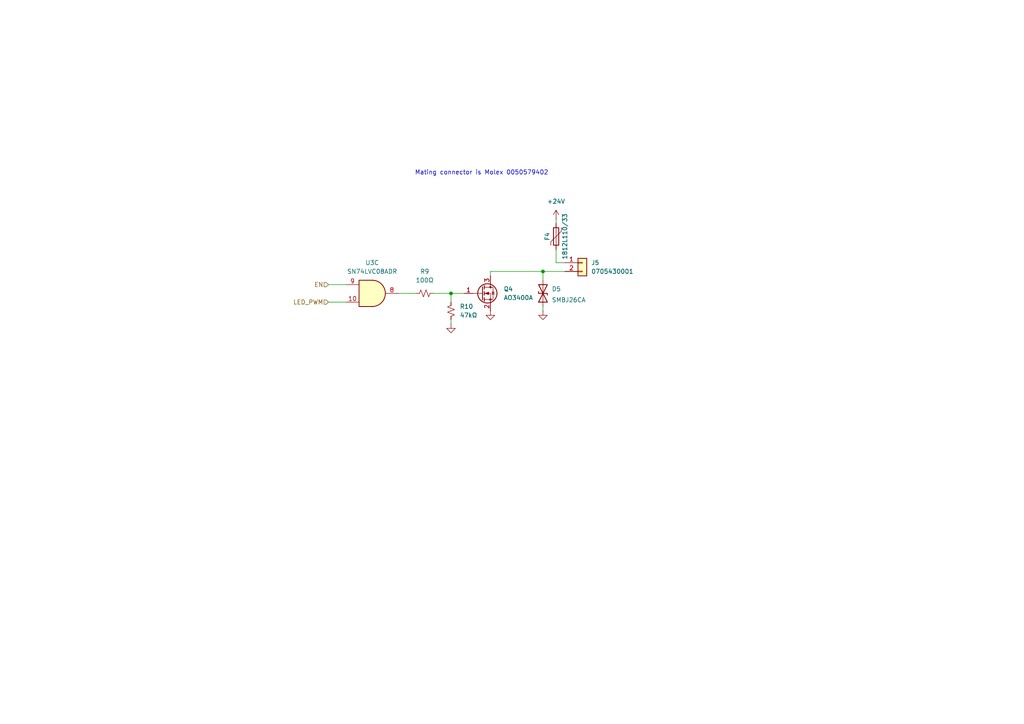
<source format=kicad_sch>
(kicad_sch (version 20250114) (generator "eeschema") (generator_version "9.0")
  (paper "A4")
  (lib_symbols
    (symbol "!Circuit Protection-ESD+TVS:SMBJ26A" (pin_numbers (hide yes)) (pin_names (offset 1.016) (hide yes))
      (property "Reference" "D" (at 0 2.54 0))
      (property "Value" "SMBJ26CA" (at 0 -2.54 0))
      (symbol "SMBJ26A_0_1"
        (polyline (pts (xy -2.54 1.27) (xy -2.54 -1.27) (xy 2.54 1.27) (xy 2.54 -1.27) (xy -2.54 1.27)) (stroke (width 0.254)))
        (polyline (pts (xy 0.508 1.27) (xy 0 1.27) (xy 0 -1.27) (xy -0.508 -1.27)) (stroke (width 0.254)))
        (polyline (pts (xy 1.27 0) (xy -1.27 0)))
      )
      (symbol "SMBJ26A_1_1"
        (pin passive line (at -3.81 0 0) (length 2.54) (name "A1") (number "1"))
        (pin passive line (at 3.81 0 180) (length 2.54) (name "A2") (number "2"))
      )
    )
    (symbol "!Circuit Protection-Resettable Fuse:1812L110/33" (pin_numbers (hide yes)) (pin_names (offset 0))
      (property "Reference" "F" (at -2.54 0 90))
      (property "Value" "1812L110/33" (at 2.54 0 90))
      (symbol "1812L110/33_0_1"
        (polyline (pts (xy -1.524 2.54) (xy -1.524 1.524) (xy 1.524 -1.524) (xy 1.524 -2.54)))
        (rectangle (start -0.762 2.54) (end 0.762 -2.54) (stroke (width 0.254)))
        (polyline (pts (xy 0 2.54) (xy 0 -2.54)))
      )
      (symbol "1812L110/33_1_1"
        (pin passive line (at 0 3.81 270) (length 1.27) (name "~") (number "1"))
        (pin passive line (at 0 -3.81 90) (length 1.27) (name "~") (number "2"))
      )
    )
    (symbol "!Connectors-Header:0705430001" (pin_names (offset 1.016) (hide yes))
      (property "Reference" "J" (at 0 2.54 0))
      (property "Value" "0705430001" (at 0 -5.08 0))
      (symbol "0705430001_1_1"
        (rectangle (start -1.27 1.27) (end 1.27 -3.81) (stroke (width 0.254)) (fill (type background)))
        (rectangle (start -1.27 0.127) (end 0 -0.127) (stroke (width 0.1524)))
        (rectangle (start -1.27 -2.413) (end 0 -2.667) (stroke (width 0.1524)))
        (pin passive line (at -5.08 0 0) (length 3.81) (name "Pin_1") (number "1"))
        (pin passive line (at -5.08 -2.54 0) (length 3.81) (name "Pin_2") (number "2"))
      )
    )
    (symbol "!Logic-Buffer:74LVC08ADB" (pin_names (offset 1.016))
      (property "Reference" "U" (at 0 0 0))
      (property "Value" "SN74LVC08ADR" (at 0 -4.445 0))
      (symbol "74LVC08ADB_1_1"
        (arc (start 0 3.81) (mid 3.7934 0) (end 0 -3.81) (stroke (width 0.254)) (fill (type background)))
        (polyline (pts (xy 0 3.81) (xy -3.81 3.81) (xy -3.81 -3.81) (xy 0 -3.81)) (stroke (width 0.254)) (fill (type background)))
        (pin input line (at -7.62 2.54 0) (length 3.81) (name "~") (number "1"))
        (pin input line (at -7.62 -2.54 0) (length 3.81) (name "~") (number "2"))
        (pin output line (at 7.62 0 180) (length 3.81) (name "~") (number "3"))
      )
      (symbol "74LVC08ADB_1_2"
        (arc (start -3.81 3.81) (mid -2.589 0) (end -3.81 -3.81) (stroke (width 0.254)))
        (polyline (pts (xy -3.81 3.81) (xy -0.635 3.81)) (stroke (width 0.254)) (fill (type background)))
        (polyline (pts (xy -3.81 -3.81) (xy -0.635 -3.81)) (stroke (width 0.254)) (fill (type background)))
        (arc (start 3.81 0) (mid 2.1855 -2.584) (end -0.6096 -3.81) (stroke (width 0.254)) (fill (type background)))
        (arc (start -0.6096 3.81) (mid 2.1928 2.5924) (end 3.81 0) (stroke (width 0.254)) (fill (type background)))
        (polyline (pts (xy -0.635 3.81) (xy -3.81 3.81) (xy -3.81 3.81) (xy -3.556 3.4036) (xy -3.0226 2.2606) (xy -2.6924 1.0414) (xy -2.6162 -0.254) (xy -2.7686 -1.4986) (xy -3.175 -2.7178) (xy -3.81 -3.81) (xy -3.81 -3.81) (xy -0.635 -3.81)) (stroke (width -25.4)) (fill (type background)))
        (pin input inverted (at -7.62 2.54 0) (length 4.318) (name "~") (number "1"))
        (pin input inverted (at -7.62 -2.54 0) (length 4.318) (name "~") (number "2"))
        (pin output inverted (at 7.62 0 180) (length 3.81) (name "~") (number "3"))
      )
      (symbol "74LVC08ADB_2_1"
        (arc (start 0 3.81) (mid 3.7934 0) (end 0 -3.81) (stroke (width 0.254)) (fill (type background)))
        (polyline (pts (xy 0 3.81) (xy -3.81 3.81) (xy -3.81 -3.81) (xy 0 -3.81)) (stroke (width 0.254)) (fill (type background)))
        (pin input line (at -7.62 2.54 0) (length 3.81) (name "~") (number "4"))
        (pin input line (at -7.62 -2.54 0) (length 3.81) (name "~") (number "5"))
        (pin output line (at 7.62 0 180) (length 3.81) (name "~") (number "6"))
      )
      (symbol "74LVC08ADB_2_2"
        (arc (start -3.81 3.81) (mid -2.589 0) (end -3.81 -3.81) (stroke (width 0.254)))
        (polyline (pts (xy -3.81 3.81) (xy -0.635 3.81)) (stroke (width 0.254)) (fill (type background)))
        (polyline (pts (xy -3.81 -3.81) (xy -0.635 -3.81)) (stroke (width 0.254)) (fill (type background)))
        (arc (start 3.81 0) (mid 2.1855 -2.584) (end -0.6096 -3.81) (stroke (width 0.254)) (fill (type background)))
        (arc (start -0.6096 3.81) (mid 2.1928 2.5924) (end 3.81 0) (stroke (width 0.254)) (fill (type background)))
        (polyline (pts (xy -0.635 3.81) (xy -3.81 3.81) (xy -3.81 3.81) (xy -3.556 3.4036) (xy -3.0226 2.2606) (xy -2.6924 1.0414) (xy -2.6162 -0.254) (xy -2.7686 -1.4986) (xy -3.175 -2.7178) (xy -3.81 -3.81) (xy -3.81 -3.81) (xy -0.635 -3.81)) (stroke (width -25.4)) (fill (type background)))
        (pin input inverted (at -7.62 2.54 0) (length 4.318) (name "~") (number "4"))
        (pin input inverted (at -7.62 -2.54 0) (length 4.318) (name "~") (number "5"))
        (pin output inverted (at 7.62 0 180) (length 3.81) (name "~") (number "6"))
      )
      (symbol "74LVC08ADB_3_1"
        (arc (start 0 3.81) (mid 3.7934 0) (end 0 -3.81) (stroke (width 0.254)) (fill (type background)))
        (polyline (pts (xy 0 3.81) (xy -3.81 3.81) (xy -3.81 -3.81) (xy 0 -3.81)) (stroke (width 0.254)) (fill (type background)))
        (pin input line (at -7.62 2.54 0) (length 3.81) (name "~") (number "9"))
        (pin input line (at -7.62 -2.54 0) (length 3.81) (name "~") (number "10"))
        (pin output line (at 7.62 0 180) (length 3.81) (name "~") (number "8"))
      )
      (symbol "74LVC08ADB_3_2"
        (arc (start -3.81 3.81) (mid -2.589 0) (end -3.81 -3.81) (stroke (width 0.254)))
        (polyline (pts (xy -3.81 3.81) (xy -0.635 3.81)) (stroke (width 0.254)) (fill (type background)))
        (polyline (pts (xy -3.81 -3.81) (xy -0.635 -3.81)) (stroke (width 0.254)) (fill (type background)))
        (arc (start 3.81 0) (mid 2.1855 -2.584) (end -0.6096 -3.81) (stroke (width 0.254)) (fill (type background)))
        (arc (start -0.6096 3.81) (mid 2.1928 2.5924) (end 3.81 0) (stroke (width 0.254)) (fill (type background)))
        (polyline (pts (xy -0.635 3.81) (xy -3.81 3.81) (xy -3.81 3.81) (xy -3.556 3.4036) (xy -3.0226 2.2606) (xy -2.6924 1.0414) (xy -2.6162 -0.254) (xy -2.7686 -1.4986) (xy -3.175 -2.7178) (xy -3.81 -3.81) (xy -3.81 -3.81) (xy -0.635 -3.81)) (stroke (width -25.4)) (fill (type background)))
        (pin input inverted (at -7.62 2.54 0) (length 4.318) (name "~") (number "9"))
        (pin input inverted (at -7.62 -2.54 0) (length 4.318) (name "~") (number "10"))
        (pin output inverted (at 7.62 0 180) (length 3.81) (name "~") (number "8"))
      )
      (symbol "74LVC08ADB_4_1"
        (arc (start 0 3.81) (mid 3.7934 0) (end 0 -3.81) (stroke (width 0.254)) (fill (type background)))
        (polyline (pts (xy 0 3.81) (xy -3.81 3.81) (xy -3.81 -3.81) (xy 0 -3.81)) (stroke (width 0.254)) (fill (type background)))
        (pin input line (at -7.62 2.54 0) (length 3.81) (name "~") (number "12"))
        (pin input line (at -7.62 -2.54 0) (length 3.81) (name "~") (number "13"))
        (pin output line (at 7.62 0 180) (length 3.81) (name "~") (number "11"))
      )
      (symbol "74LVC08ADB_4_2"
        (arc (start -3.81 3.81) (mid -2.589 0) (end -3.81 -3.81) (stroke (width 0.254)))
        (polyline (pts (xy -3.81 3.81) (xy -0.635 3.81)) (stroke (width 0.254)) (fill (type background)))
        (polyline (pts (xy -3.81 -3.81) (xy -0.635 -3.81)) (stroke (width 0.254)) (fill (type background)))
        (arc (start 3.81 0) (mid 2.1855 -2.584) (end -0.6096 -3.81) (stroke (width 0.254)) (fill (type background)))
        (arc (start -0.6096 3.81) (mid 2.1928 2.5924) (end 3.81 0) (stroke (width 0.254)) (fill (type background)))
        (polyline (pts (xy -0.635 3.81) (xy -3.81 3.81) (xy -3.81 3.81) (xy -3.556 3.4036) (xy -3.0226 2.2606) (xy -2.6924 1.0414) (xy -2.6162 -0.254) (xy -2.7686 -1.4986) (xy -3.175 -2.7178) (xy -3.81 -3.81) (xy -3.81 -3.81) (xy -0.635 -3.81)) (stroke (width -25.4)) (fill (type background)))
        (pin input inverted (at -7.62 2.54 0) (length 4.318) (name "~") (number "12"))
        (pin input inverted (at -7.62 -2.54 0) (length 4.318) (name "~") (number "13"))
        (pin output inverted (at 7.62 0 180) (length 3.81) (name "~") (number "11"))
      )
      (symbol "74LVC08ADB_5_0"
        (pin power_in line (at 0 12.7 270) (length 5.08) (name "VCC") (number "14"))
        (pin power_in line (at 0 -12.7 90) (length 5.08) (name "GND") (number "7"))
      )
      (symbol "74LVC08ADB_5_1"
        (rectangle (start -5.08 7.62) (end 5.08 -7.62) (stroke (width 0.254)) (fill (type background)))
      )
    )
    (symbol "!MOSFET:AO3400A" (pin_names (offset 0) (hide yes))
      (property "Reference" "Q" (at 5.08 1.905 0))
      (property "Value" "AO3400A" (at 5.08 0 0))
      (symbol "AO3400A_0_1"
        (polyline (pts (xy 0.254 1.905) (xy 0.254 -1.905)) (stroke (width 0.254)))
        (polyline (pts (xy 0.254 0) (xy -2.54 0)))
        (polyline (pts (xy 0.762 2.286) (xy 0.762 1.27)) (stroke (width 0.254)))
        (polyline (pts (xy 0.762 0.508) (xy 0.762 -0.508)) (stroke (width 0.254)))
        (polyline (pts (xy 0.762 -1.27) (xy 0.762 -2.286)) (stroke (width 0.254)))
        (polyline (pts (xy 0.762 -1.778) (xy 3.302 -1.778) (xy 3.302 1.778) (xy 0.762 1.778)))
        (polyline (pts (xy 1.016 0) (xy 2.032 0.381) (xy 2.032 -0.381) (xy 1.016 0)) (fill (type outline)))
        (circle (center 1.651 0) (radius 2.794) (stroke (width 0.254)))
        (polyline (pts (xy 2.54 2.54) (xy 2.54 1.778)))
        (circle (center 2.54 1.778) (radius 0.254) (fill (type outline)))
        (circle (center 2.54 -1.778) (radius 0.254) (fill (type outline)))
        (polyline (pts (xy 2.54 -2.54) (xy 2.54 0) (xy 0.762 0)))
        (polyline (pts (xy 2.921 0.381) (xy 3.683 0.381)))
        (polyline (pts (xy 3.302 0.381) (xy 2.921 -0.254) (xy 3.683 -0.254) (xy 3.302 0.381)))
      )
      (symbol "AO3400A_1_1"
        (pin input line (at -5.08 0 0) (length 2.54) (name "G") (number "1"))
        (pin passive line (at 2.54 5.08 270) (length 2.54) (name "D") (number "3"))
        (pin passive line (at 2.54 -5.08 90) (length 2.54) (name "S") (number "2"))
      )
    )
    (symbol "!Resistor-0603:100Ω" (pin_numbers (hide yes)) (pin_names (offset 0.254) (hide yes))
      (property "Reference" "R" (at 1.27 1.27 0))
      (property "Value" "100Ω" (at 1.27 -0.508 0))
      (symbol "100Ω_1_1"
        (polyline (pts (xy 0 1.524) (xy 1.016 1.143) (xy 0 0.762) (xy -1.016 0.381) (xy 0 0)))
        (polyline (pts (xy 0 0) (xy 1.016 -0.381) (xy 0 -0.762) (xy -1.016 -1.143) (xy 0 -1.524)))
        (pin passive line (at 0 2.54 270) (length 1.016) (name "~") (number "1"))
        (pin passive line (at 0 -2.54 90) (length 1.016) (name "~") (number "2"))
      )
    )
    (symbol "!Resistor-0603:47kΩ" (pin_numbers (hide yes)) (pin_names (offset 0.254) (hide yes))
      (property "Reference" "R" (at 1.27 1.27 0))
      (property "Value" "47kΩ" (at 1.27 -0.508 0))
      (symbol "47kΩ_1_1"
        (polyline (pts (xy 0 1.524) (xy 1.016 1.143) (xy 0 0.762) (xy -1.016 0.381) (xy 0 0)))
        (polyline (pts (xy 0 0) (xy 1.016 -0.381) (xy 0 -0.762) (xy -1.016 -1.143) (xy 0 -1.524)))
        (pin passive line (at 0 2.54 270) (length 1.016) (name "~") (number "1"))
        (pin passive line (at 0 -2.54 90) (length 1.016) (name "~") (number "2"))
      )
    )
    (symbol "power:+28V" (power) (pin_numbers (hide yes)) (pin_names (offset 0) (hide yes))
      (property "Value" "+28V" (at 0 3.556 0))
      (symbol "+28V_0_1"
        (polyline (pts (xy -0.762 1.27) (xy 0 2.54)))
        (polyline (pts (xy 0 2.54) (xy 0.762 1.27)))
        (polyline (pts (xy 0 0) (xy 0 2.54)))
      )
      (symbol "+28V_1_1"
        (pin power_in line (at 0 0 90) (length 0) (name "~") (number "1"))
      )
    )
    (symbol "power:GND" (power) (pin_numbers (hide yes)) (pin_names (offset 0) (hide yes))
      (property "Value" "GND" (at 0 -3.81 0))
      (symbol "GND_0_1"
        (polyline (pts (xy 0 0) (xy 0 -1.27) (xy 1.27 -1.27) (xy 0 -2.54) (xy -1.27 -1.27) (xy 0 -1.27)))
      )
      (symbol "GND_1_1"
        (pin power_in line (at 0 0 270) (length 0) (name "~") (number "1"))
      )
    )
  )
  (text "Mating connector is Molex 0050579402" (at 139.7 50.165 0) (effects (font (size 1.27 1.27))))
  (junction (at 157.48 78.74))
  (junction (at 130.81 85.09))
  (wire (pts (xy 130.81 85.09) (xy 134.62 85.09)))
  (wire (pts (xy 95.25 87.63) (xy 100.33 87.63)))
  (wire (pts (xy 161.29 72.39) (xy 161.29 76.2)))
  (wire (pts (xy 161.29 64.77) (xy 161.29 63.5)))
  (wire (pts (xy 95.25 82.55) (xy 100.33 82.55)))
  (wire (pts (xy 115.57 85.09) (xy 120.65 85.09)))
  (wire (pts (xy 130.81 92.71) (xy 130.81 93.98)))
  (wire (pts (xy 161.29 76.2) (xy 163.83 76.2)))
  (wire (pts (xy 130.81 85.09) (xy 130.81 87.63)))
  (wire (pts (xy 157.48 78.74) (xy 157.48 81.28)))
  (wire (pts (xy 157.48 88.9) (xy 157.48 90.17)))
  (wire (pts (xy 125.73 85.09) (xy 130.81 85.09)))
  (wire (pts (xy 163.83 78.74) (xy 157.48 78.74)))
  (wire (pts (xy 142.24 78.74) (xy 157.48 78.74)))
  (wire (pts (xy 142.24 78.74) (xy 142.24 80.01)))
  (hierarchical_label "LED_PWM" (shape input) (at 95.25 87.63 180))
  (hierarchical_label "EN" (shape input) (at 95.25 82.55 180))
  (symbol (lib_id "!MOSFET:AO3400A") (at 139.7 85.09 0) (unit 1)
    (property "Reference" "Q2" (at 146.05 83.8199 0) (effects (justify left)))
    (property "Value" "AO3400A" (at 146.05 86.3599 0) (effects (justify left)))
    (property "Footprint" "Package_TO_SOT_SMD:TSOT-23" (effects (hide yes)))
    (property "Datasheet" "https://jlcpcb.com/api/file/downloadByFileSystemAccessId/8550723985357750272" (effects (hide yes)))
    (property "Description" "N-Channel 30V 5.7A 1.4W 48mΩ@2.5V SOT-23 MOSFET" (effects (hide yes)))
    (property "JLCPCB" "C20917" (effects (hide yes)))
    (instances (project "under-bed-lighting" (path "" (reference "Q4") (unit 1)) (path "" (reference "Q3") (unit 1)) (path "" (reference "Q2") (unit 1))))
  )
  (symbol (lib_id "power:GND") (at 130.81 93.98 0) (unit 1)
    (property "Reference" "#PWR020" (effects (hide yes)))
    (property "Value" "GND" (effects (hide yes)))
    (property "Description" "Power symbol creates a global label with name \"GND\" , ground" (effects (hide yes)))
    (instances (project "under-bed-lighting" (path "" (reference "#PWR028") (unit 1)) (path "" (reference "#PWR024") (unit 1)) (path "" (reference "#PWR020") (unit 1))))
  )
  (symbol (lib_id "!Logic-Buffer:74LVC08ADB") (at 107.95 85.09 0) (unit 1)
    (property "Reference" "U3" (at 107.9417 76.2 0))
    (property "Value" "SN74LVC08ADR" (at 107.9417 78.74 0))
    (property "Footprint" "Package_SO:SOIC-14_3.9x8.7mm_P1.27mm" (effects (hide yes)))
    (property "Datasheet" "https://www.ti.com/lit/ds/symlink/sn74lvc08a.pdf" (effects (hide yes)))
    (property "Description" "AND Gate IC 4 Channel 14-SOIC" (effects (hide yes)))
    (property "JLCPCB PN" "C468253" (effects (hide yes)))
    (property "DigiKey" "296-1697-1-ND" (effects (hide yes)))
    (instances (project "under-bed-lighting" (path "" (reference "U3") (unit 3)) (path "" (reference "U3") (unit 2)) (path "" (reference "U3") (unit 1))))
  )
  (symbol (lib_id "power:GND") (at 142.24 90.17 0) (unit 1)
    (property "Reference" "#PWR021" (effects (hide yes)))
    (property "Value" "GND" (effects (hide yes)))
    (property "Description" "Power symbol creates a global label with name \"GND\" , ground" (effects (hide yes)))
    (instances (project "under-bed-lighting" (path "" (reference "#PWR029") (unit 1)) (path "" (reference "#PWR025") (unit 1)) (path "" (reference "#PWR021") (unit 1))))
  )
  (symbol (lib_id "power:GND") (at 157.48 90.17 0) (unit 1)
    (property "Reference" "#PWR022" (effects (hide yes)))
    (property "Value" "GND" (effects (hide yes)))
    (property "Description" "Power symbol creates a global label with name \"GND\" , ground" (effects (hide yes)))
    (instances (project "under-bed-lighting" (path "" (reference "#PWR030") (unit 1)) (path "" (reference "#PWR026") (unit 1)) (path "" (reference "#PWR022") (unit 1))))
  )
  (symbol (lib_id "!Connectors-Header:0705430001") (at 168.91 76.2 0) (unit 1)
    (property "Reference" "J3" (at 171.45 76.1999 0) (effects (justify left)))
    (property "Value" "0705430001" (at 171.45 78.7399 0) (effects (justify left)))
    (property "Footprint" "!Connectors:molex_0705430001" (effects (hide yes)))
    (property "Datasheet" "https://www.molex.com/pdm_docs/sd/705430001_sd.pdf" (effects (hide yes)))
    (property "Description" "Connector Header Through Hole 2 position 0.100\" (2.54mm)" (effects (hide yes)))
    (property "JLCPCB PN" "C127361" (effects (hide yes)))
    (property "DigiKey" "WM4800-ND" (effects (hide yes)))
    (property "FT Rotation Offset" "90" (effects (hide yes)))
    (instances (project "under-bed-lighting" (path "" (reference "J5") (unit 1)) (path "" (reference "J4") (unit 1)) (path "" (reference "J3") (unit 1))))
  )
  (symbol (lib_id "!Circuit Protection-ESD+TVS:SMBJ26A") (at 157.48 85.09 90) (unit 1)
    (property "Reference" "D3" (at 160.02 83.8199 90) (effects (justify right)))
    (property "Value" "SMBJ26CA" (at 160.02 86.995 90) (effects (justify right)))
    (property "Footprint" "Diode_SMD:D_SMB" (effects (hide yes)))
    (property "Datasheet" "https://www.littelfuse.com/assetdocs/tvs-diodes-smbj-series-datasheet?assetguid=ba555e99-a12d-4f72-a0b6-86b06c67171e" (effects (hide yes)))
    (property "Description" "TVS DIODE 26VWM 42.1VC DO214AA" (effects (hide yes)))
    (property "JLCPCB PN" "C908854" (effects (hide yes)))
    (property "DigiKey" "SMBJ26CALFCT-ND" (effects (hide yes)))
    (instances (project "under-bed-lighting" (path "" (reference "D5") (unit 1)) (path "" (reference "D4") (unit 1)) (path "" (reference "D3") (unit 1))))
  )
  (symbol (lib_id "!Circuit Protection-Resettable Fuse:1812L110/33") (at 161.29 68.58 0) (mirror x) (unit 1)
    (property "Reference" "F2" (at 158.75 68.58 90))
    (property "Value" "1812L110/33" (at 163.83 68.58 90))
    (property "Footprint" "Fuse:Fuse_1812_4532Metric" (effects (hide yes)))
    (property "Datasheet" "https://www.littelfuse.com/assetdocs/resettable-ptcs-1812l-datasheet?assetguid=ca5c80cb-504e-4a8a-8e74-0107520a1717" (effects (hide yes)))
    (property "Description" "Polymeric PTC Resettable Fuse 33V 1.1 A Ih Surface Mount 1812 (4532 Metric), Concave" (effects (hide yes)))
    (property "JLCPCB PN" "C142747" (effects (hide yes)))
    (property "DigiKey" "F3486CT-ND" (effects (hide yes)))
    (instances (project "under-bed-lighting" (path "" (reference "F4") (unit 1)) (path "" (reference "F3") (unit 1)) (path "" (reference "F2") (unit 1))))
  )
  (symbol (lib_id "power:+28V") (at 161.29 63.5 0) (unit 1)
    (property "Reference" "#PWR023" (effects (hide yes)))
    (property "Value" "+24V" (at 161.29 58.42 0))
    (property "Description" "Power symbol creates a global label with name \"+28V\"" (effects (hide yes)))
    (instances (project "under-bed-lighting" (path "" (reference "#PWR031") (unit 1)) (path "" (reference "#PWR027") (unit 1)) (path "" (reference "#PWR023") (unit 1))))
  )
  (symbol (lib_id "!Resistor-0603:100Ω") (at 123.19 85.09 90) (unit 1)
    (property "Reference" "R5" (at 123.19 78.74 90))
    (property "Value" "100Ω" (at 123.19 81.28 90))
    (property "Footprint" "Resistor_SMD:R_0603_1608Metric" (effects (hide yes)))
    (property "Datasheet" "https://www.lcsc.com/datasheet/lcsc_datasheet_2411221126_UNI-ROYAL-Uniroyal-Elec-0603WAF1000T5E_C22775.pdf" (effects (hide yes)))
    (property "Description" "100Ω 100mW ±1% ±200ppm/℃" (effects (hide yes)))
    (property "Tolerance" "±1%" (effects (hide yes)))
    (property "Package" "603" (effects (hide yes)))
    (property "JLCPCB PN" "C22775" (effects (hide yes)))
    (property "Power" "100mW" (effects (hide yes)))
    (property "Tempco" "±200ppm/℃" (effects (hide yes)))
    (instances (project "under-bed-lighting" (path "" (reference "R9") (unit 1)) (path "" (reference "R7") (unit 1)) (path "" (reference "R5") (unit 1))))
  )
  (symbol (lib_id "!Resistor-0603:47kΩ") (at 130.81 90.17 0) (mirror y) (unit 1)
    (property "Reference" "R6" (at 133.35 88.8999 0) (effects (justify right)))
    (property "Value" "47kΩ" (at 133.35 91.4399 0) (effects (justify right)))
    (property "Footprint" "Resistor_SMD:R_0603_1608Metric" (effects (hide yes)))
    (property "Datasheet" "https://www.lcsc.com/datasheet/lcsc_datasheet_2206010045_UNI-ROYAL-Uniroyal-Elec-0603WAF4702T5E_C25819.pdf" (effects (hide yes)))
    (property "Description" "47kΩ 100mW ±1% ±100ppm/℃" (effects (hide yes)))
    (property "Tolerance" "±1%" (effects (hide yes)))
    (property "Package" "603" (effects (hide yes)))
    (property "JLCPCB PN" "C25819" (effects (hide yes)))
    (property "Power" "100mW" (effects (hide yes)))
    (property "Tempco" "±100ppm/℃" (effects (hide yes)))
    (instances (project "" (path "" (reference "R10") (unit 1)) (path "" (reference "R8") (unit 1)) (path "" (reference "R6") (unit 1))))
  )
)
</source>
